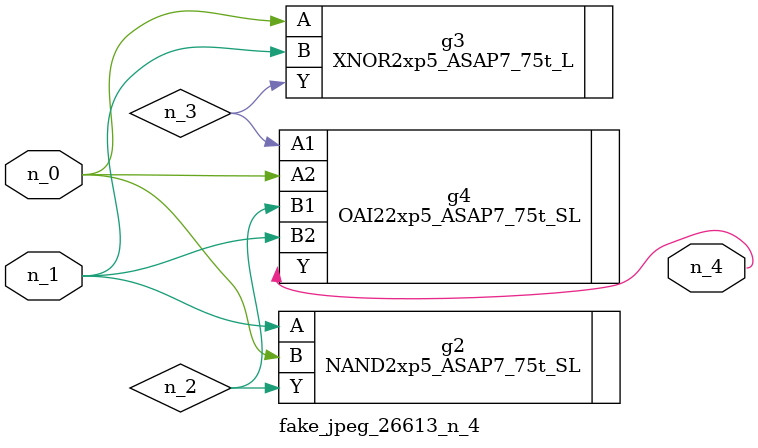
<source format=v>
module fake_jpeg_26613_n_4 (n_0, n_1, n_4);

input n_0;
input n_1;

output n_4;

wire n_3;
wire n_2;

NAND2xp5_ASAP7_75t_SL g2 ( 
.A(n_1),
.B(n_0),
.Y(n_2)
);

XNOR2xp5_ASAP7_75t_L g3 ( 
.A(n_0),
.B(n_1),
.Y(n_3)
);

OAI22xp5_ASAP7_75t_SL g4 ( 
.A1(n_3),
.A2(n_0),
.B1(n_2),
.B2(n_1),
.Y(n_4)
);


endmodule
</source>
